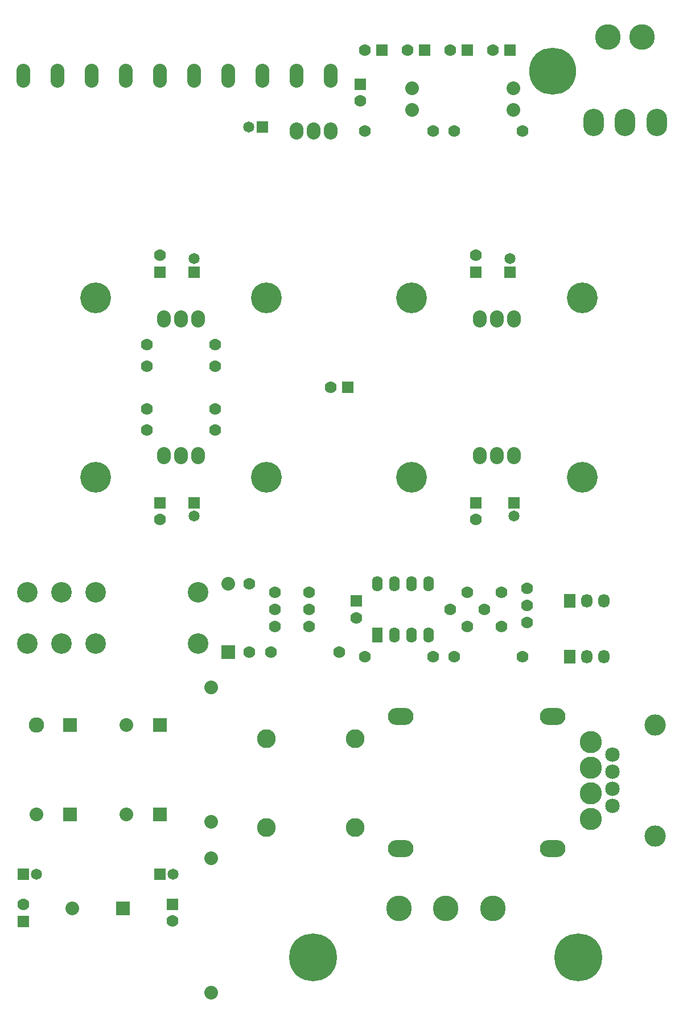
<source format=gbs>
G04 #@! TF.FileFunction,Soldermask,Bot*
%FSLAX46Y46*%
G04 Gerber Fmt 4.6, Leading zero omitted, Abs format (unit mm)*
G04 Created by KiCad (PCBNEW 0.201508110901+6083~28~ubuntu14.04.1-product) date mar 18 ago 2015 19:46:52 CEST*
%MOMM*%
G01*
G04 APERTURE LIST*
%ADD10C,0.101600*%
%ADD11C,6.985000*%
%ADD12R,1.778000X1.778000*%
%ADD13C,1.778000*%
%ADD14R,1.651000X1.651000*%
%ADD15C,1.651000*%
%ADD16R,2.032000X2.032000*%
%ADD17C,2.032000*%
%ADD18C,2.286000*%
%ADD19R,1.727200X2.032000*%
%ADD20O,1.727200X2.032000*%
%ADD21O,2.032000X2.540000*%
%ADD22R,1.574800X2.286000*%
%ADD23O,1.574800X2.286000*%
%ADD24C,3.048000*%
%ADD25O,3.810000X2.540000*%
%ADD26O,3.048000X4.064000*%
%ADD27C,3.810000*%
%ADD28O,2.032000X3.556000*%
%ADD29C,2.794000*%
%ADD30C,7.112000*%
%ADD31C,4.572000*%
%ADD32C,2.159000*%
%ADD33C,3.302000*%
%ADD34C,3.175000*%
G04 APERTURE END LIST*
D10*
D11*
X154305000Y-40640000D03*
D12*
X125730000Y-42545000D03*
D13*
X125730000Y-45045000D03*
D14*
X111125000Y-48895000D03*
D15*
X109125000Y-48895000D03*
D16*
X90424000Y-165100000D03*
D17*
X82924000Y-165100000D03*
D12*
X95885000Y-104775000D03*
D13*
X95885000Y-107275000D03*
D12*
X95885000Y-70485000D03*
D13*
X95885000Y-67985000D03*
D17*
X90885000Y-151130000D03*
D16*
X95885000Y-151130000D03*
D17*
X77550000Y-151130000D03*
D16*
X82550000Y-151130000D03*
D14*
X100965000Y-104775000D03*
D15*
X100965000Y-106775000D03*
D14*
X100965000Y-70485000D03*
D15*
X100965000Y-68485000D03*
D17*
X90885000Y-137795000D03*
D16*
X95885000Y-137795000D03*
D18*
X77550000Y-137795000D03*
D16*
X82550000Y-137795000D03*
D14*
X95885000Y-160020000D03*
D15*
X97885000Y-160020000D03*
D14*
X75565000Y-160020000D03*
D15*
X77565000Y-160020000D03*
D12*
X97790000Y-164465000D03*
D13*
X97790000Y-166965000D03*
D12*
X75565000Y-167005000D03*
D13*
X75565000Y-164505000D03*
D14*
X147955000Y-70485000D03*
D15*
X147955000Y-68485000D03*
D14*
X148590000Y-104775000D03*
D15*
X148590000Y-106775000D03*
D12*
X142875000Y-70485000D03*
D13*
X142875000Y-67985000D03*
D12*
X142875000Y-104775000D03*
D13*
X142875000Y-107275000D03*
D12*
X125095000Y-119380000D03*
D13*
X125095000Y-121880000D03*
D12*
X147956340Y-37465000D03*
D13*
X145416340Y-37465000D03*
D12*
X141606340Y-37465000D03*
D13*
X139066340Y-37465000D03*
D12*
X135256340Y-37465000D03*
D13*
X132716340Y-37465000D03*
D17*
X106042460Y-116840000D03*
D16*
X106042460Y-127000000D03*
D12*
X128906340Y-37465000D03*
D13*
X126366340Y-37465000D03*
D19*
X156845000Y-127635000D03*
D20*
X159385000Y-127635000D03*
X161925000Y-127635000D03*
D19*
X156845000Y-119380000D03*
D20*
X159385000Y-119380000D03*
X161925000Y-119380000D03*
D13*
X150495000Y-120015000D03*
X150495000Y-122555000D03*
X150495000Y-117475000D03*
X118110000Y-120650000D03*
X118110000Y-123190000D03*
X118110000Y-118110000D03*
X113030000Y-120650000D03*
X113030000Y-123190000D03*
X113030000Y-118110000D03*
D17*
X148470000Y-43180000D03*
X133470000Y-43180000D03*
X148470000Y-46355000D03*
X133470000Y-46355000D03*
D13*
X93980000Y-93980000D03*
X104140000Y-93980000D03*
X104140000Y-81280000D03*
X93980000Y-81280000D03*
X104140000Y-90805000D03*
X93980000Y-90805000D03*
X93980000Y-84455000D03*
X104140000Y-84455000D03*
X109220000Y-116840000D03*
X109220000Y-127000000D03*
D17*
X103505000Y-152240000D03*
X103505000Y-132240000D03*
X103505000Y-177640000D03*
X103505000Y-157640000D03*
D13*
X149860000Y-49530000D03*
X139700000Y-49530000D03*
X126365000Y-127635000D03*
X136525000Y-127635000D03*
X149860000Y-127635000D03*
X139700000Y-127635000D03*
X126365000Y-49530000D03*
X136525000Y-49530000D03*
X112395000Y-127000000D03*
X122555000Y-127000000D03*
X144145000Y-120650000D03*
X146685000Y-118110000D03*
X146685000Y-123190000D03*
X139065000Y-120650000D03*
X141605000Y-118110000D03*
X141605000Y-123190000D03*
D21*
X118745000Y-49530000D03*
X121285000Y-49530000D03*
X116205000Y-49530000D03*
X99060000Y-97790000D03*
X96520000Y-97790000D03*
X101600000Y-97790000D03*
X99060000Y-77470000D03*
X101600000Y-77470000D03*
X96520000Y-77470000D03*
X146050000Y-77470000D03*
X148590000Y-77470000D03*
X143510000Y-77470000D03*
X146050000Y-97790000D03*
X143510000Y-97790000D03*
X148590000Y-97790000D03*
D22*
X128270000Y-124460000D03*
D23*
X130810000Y-124460000D03*
X133350000Y-124460000D03*
X135890000Y-124460000D03*
X135890000Y-116840000D03*
X133350000Y-116840000D03*
X130810000Y-116840000D03*
X128270000Y-116840000D03*
D24*
X101600000Y-125730000D03*
X101600000Y-118110000D03*
X86360000Y-118110000D03*
X81280000Y-118110000D03*
X76200000Y-118110000D03*
X86360000Y-125730000D03*
X81280000Y-125730000D03*
X76200000Y-125730000D03*
D25*
X131699000Y-156210000D03*
X154305000Y-156210000D03*
X131699000Y-136525000D03*
X154305000Y-136525000D03*
D26*
X165100000Y-48260000D03*
X160401000Y-48260000D03*
X169799000Y-48260000D03*
D27*
X162560000Y-35560000D03*
X167640000Y-35560000D03*
D28*
X85725000Y-41275000D03*
X90848180Y-41275000D03*
X80645000Y-41275000D03*
X75565000Y-41275000D03*
X116205000Y-41275000D03*
X121328180Y-41275000D03*
X111125000Y-41275000D03*
X100965000Y-41275000D03*
X106088180Y-41275000D03*
X95885000Y-41275000D03*
D12*
X123825000Y-87630000D03*
D13*
X121325000Y-87630000D03*
D29*
X111760000Y-153035000D03*
X124968000Y-153035000D03*
X124968000Y-139827000D03*
X111760000Y-139827000D03*
D27*
X145415000Y-165100000D03*
X138430000Y-165100000D03*
X131445000Y-165100000D03*
D30*
X158165800Y-172389800D03*
X118694200Y-172389800D03*
D31*
X133350000Y-74295000D03*
X158750000Y-74295000D03*
X86360000Y-74295000D03*
X111760000Y-74295000D03*
X111760000Y-100965000D03*
X86360000Y-100965000D03*
X158750000Y-100965000D03*
X133350000Y-100965000D03*
D32*
X163195000Y-149860000D03*
X163195000Y-147320000D03*
X163195000Y-142240000D03*
X163195000Y-144780000D03*
D33*
X160020000Y-147955000D03*
X160020000Y-144145000D03*
X160020000Y-140335000D03*
X160020000Y-151765000D03*
D34*
X169545000Y-154305000D03*
X169545000Y-137795000D03*
M02*

</source>
